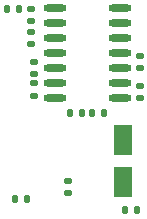
<source format=gbr>
%TF.GenerationSoftware,KiCad,Pcbnew,9.0.0*%
%TF.CreationDate,2025-11-19T14:43:49-05:00*%
%TF.ProjectId,ECE_362_final_proj,4543455f-3336-4325-9f66-696e616c5f70,rev?*%
%TF.SameCoordinates,Original*%
%TF.FileFunction,Paste,Top*%
%TF.FilePolarity,Positive*%
%FSLAX46Y46*%
G04 Gerber Fmt 4.6, Leading zero omitted, Abs format (unit mm)*
G04 Created by KiCad (PCBNEW 9.0.0) date 2025-11-19 14:43:49*
%MOMM*%
%LPD*%
G01*
G04 APERTURE LIST*
G04 Aperture macros list*
%AMRoundRect*
0 Rectangle with rounded corners*
0 $1 Rounding radius*
0 $2 $3 $4 $5 $6 $7 $8 $9 X,Y pos of 4 corners*
0 Add a 4 corners polygon primitive as box body*
4,1,4,$2,$3,$4,$5,$6,$7,$8,$9,$2,$3,0*
0 Add four circle primitives for the rounded corners*
1,1,$1+$1,$2,$3*
1,1,$1+$1,$4,$5*
1,1,$1+$1,$6,$7*
1,1,$1+$1,$8,$9*
0 Add four rect primitives between the rounded corners*
20,1,$1+$1,$2,$3,$4,$5,0*
20,1,$1+$1,$4,$5,$6,$7,0*
20,1,$1+$1,$6,$7,$8,$9,0*
20,1,$1+$1,$8,$9,$2,$3,0*%
G04 Aperture macros list end*
%ADD10RoundRect,0.135000X-0.185000X0.135000X-0.185000X-0.135000X0.185000X-0.135000X0.185000X0.135000X0*%
%ADD11RoundRect,0.135000X0.185000X-0.135000X0.185000X0.135000X-0.185000X0.135000X-0.185000X-0.135000X0*%
%ADD12RoundRect,0.135000X0.135000X0.185000X-0.135000X0.185000X-0.135000X-0.185000X0.135000X-0.185000X0*%
%ADD13RoundRect,0.140000X0.140000X0.170000X-0.140000X0.170000X-0.140000X-0.170000X0.140000X-0.170000X0*%
%ADD14RoundRect,0.135000X-0.135000X-0.185000X0.135000X-0.185000X0.135000X0.185000X-0.135000X0.185000X0*%
%ADD15O,1.967500X0.595000*%
%ADD16RoundRect,0.250000X-0.550000X1.050000X-0.550000X-1.050000X0.550000X-1.050000X0.550000X1.050000X0*%
G04 APERTURE END LIST*
D10*
%TO.C,R2*%
X16076000Y-455375D03*
X16076000Y-1475375D03*
%TD*%
D11*
%TO.C,R10*%
X19146000Y-16047000D03*
X19146000Y-15027000D03*
%TD*%
D12*
%TO.C,R7*%
X20326000Y-9267000D03*
X19306000Y-9267000D03*
%TD*%
D13*
%TO.C,C1*%
X24976000Y-17497000D03*
X24016000Y-17497000D03*
%TD*%
D10*
%TO.C,R5*%
X25286000Y-4487000D03*
X25286000Y-5507000D03*
%TD*%
D12*
%TO.C,R11*%
X15706000Y-16547000D03*
X14686000Y-16547000D03*
%TD*%
D10*
%TO.C,R6*%
X16306000Y-4917000D03*
X16306000Y-5937000D03*
%TD*%
D14*
%TO.C,R1*%
X13986000Y-455375D03*
X15006000Y-455375D03*
%TD*%
D12*
%TO.C,R8*%
X22236000Y-9267000D03*
X21216000Y-9267000D03*
%TD*%
D10*
%TO.C,R4*%
X25286000Y-7027000D03*
X25286000Y-8047000D03*
%TD*%
D15*
%TO.C,U1*%
X18076000Y-427000D03*
X18076000Y-1697000D03*
X18076000Y-2967000D03*
X18076000Y-4237000D03*
X18076000Y-5507000D03*
X18076000Y-6777000D03*
X18076000Y-8047000D03*
X23544000Y-8047000D03*
X23544000Y-6777000D03*
X23544000Y-5507000D03*
X23544000Y-4237000D03*
X23544000Y-2967000D03*
X23544000Y-1697000D03*
X23544000Y-427000D03*
%TD*%
D10*
%TO.C,R3*%
X16076000Y-2435375D03*
X16076000Y-3455375D03*
%TD*%
%TO.C,R9*%
X16326000Y-6777000D03*
X16326000Y-7797000D03*
%TD*%
D16*
%TO.C,C2*%
X23846000Y-11557000D03*
X23846000Y-15157000D03*
%TD*%
M02*

</source>
